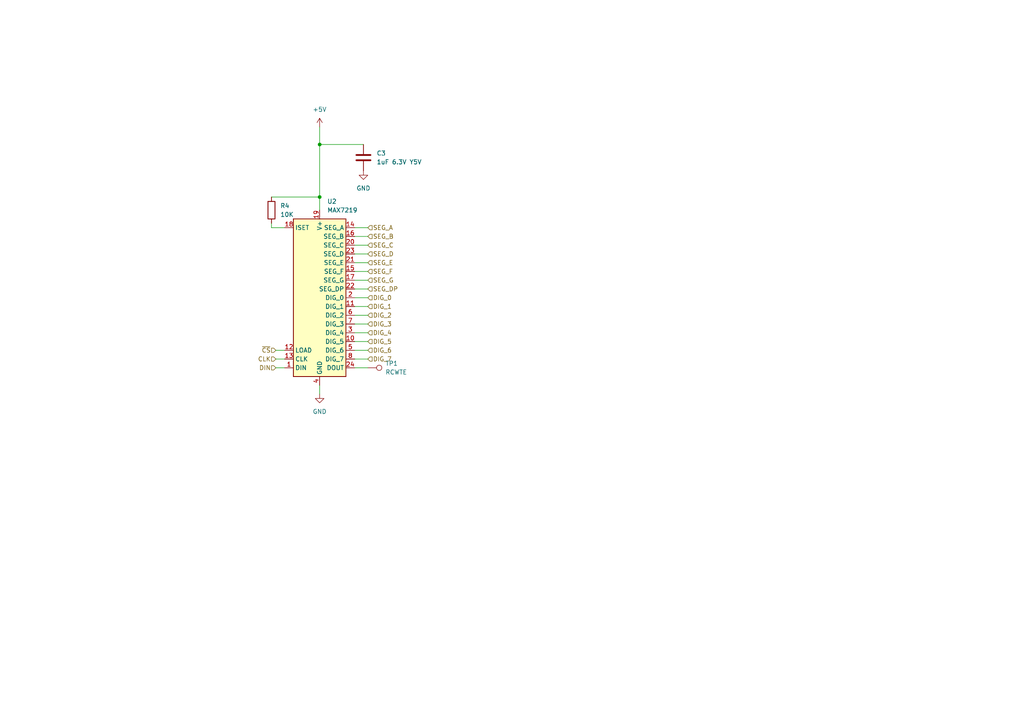
<source format=kicad_sch>
(kicad_sch (version 20230121) (generator eeschema)
  (paper "A4")
  (lib_symbols
    (symbol "Connector:TestPoint" (pin_numbers hide) (pin_names (offset 0.762) hide)
      (property "Reference" "TP" (at 0 6.858 0))
      (property "Value" "TestPoint" (at 0 5.08 0))
      (symbol "TestPoint_0_1"
        (circle (center 0 3.302) (radius 0.762))
      )
      (symbol "TestPoint_1_1"
        (pin passive line (at 0 0 90) (length 2.54) (name "1") (number "1"))
      )
    )
    (symbol "Device:C" (pin_numbers hide) (pin_names (offset 0.254))
      (property "Reference" "C" (at 0.635 2.54 0))
      (property "Value" "C" (at 0.635 -2.54 0))
      (symbol "C_0_1"
        (polyline (pts (xy -2.032 -0.762) (xy 2.032 -0.762)) (stroke (width 0.508)))
        (polyline (pts (xy -2.032 0.762) (xy 2.032 0.762)) (stroke (width 0.508)))
      )
      (symbol "C_1_1"
        (pin passive line (at 0 3.81 270) (length 2.794) (name "~") (number "1"))
        (pin passive line (at 0 -3.81 90) (length 2.794) (name "~") (number "2"))
      )
    )
    (symbol "Device:R" (pin_numbers hide) (pin_names (offset 0))
      (property "Reference" "R" (at 2.032 0 90))
      (property "Value" "R" (at 0 0 90))
      (symbol "R_0_1"
        (rectangle (start -1.016 -2.54) (end 1.016 2.54) (stroke (width 0.254)))
      )
      (symbol "R_1_1"
        (pin passive line (at 0 3.81 270) (length 1.27) (name "~") (number "1"))
        (pin passive line (at 0 -3.81 90) (length 1.27) (name "~") (number "2"))
      )
    )
    (symbol "Driver_LED:MAX7219"
      (property "Reference" "U" (at -6.35 24.13 0))
      (property "Value" "MAX7219" (at 1.27 25.4 0))
      (symbol "MAX7219_0_1"
        (rectangle (start -7.62 22.86) (end 7.62 -22.86) (stroke (width 0.254)) (fill (type background)))
      )
      (symbol "MAX7219_1_1"
        (pin input line (at -10.16 -20.32 0) (length 2.54) (name "DIN") (number "1"))
        (pin output line (at 10.16 -12.7 180) (length 2.54) (name "DIG_5") (number "10"))
        (pin output line (at 10.16 -2.54 180) (length 2.54) (name "DIG_1") (number "11"))
        (pin input line (at -10.16 -15.24 0) (length 2.54) (name "LOAD") (number "12"))
        (pin input line (at -10.16 -17.78 0) (length 2.54) (name "CLK") (number "13"))
        (pin output line (at 10.16 20.32 180) (length 2.54) (name "SEG_A") (number "14"))
        (pin output line (at 10.16 7.62 180) (length 2.54) (name "SEG_F") (number "15"))
        (pin output line (at 10.16 17.78 180) (length 2.54) (name "SEG_B") (number "16"))
        (pin output line (at 10.16 5.08 180) (length 2.54) (name "SEG_G") (number "17"))
        (pin input line (at -10.16 20.32 0) (length 2.54) (name "ISET") (number "18"))
        (pin power_in line (at 0 25.4 270) (length 2.54) (name "V+") (number "19"))
        (pin output line (at 10.16 0 180) (length 2.54) (name "DIG_0") (number "2"))
        (pin output line (at 10.16 15.24 180) (length 2.54) (name "SEG_C") (number "20"))
        (pin output line (at 10.16 10.16 180) (length 2.54) (name "SEG_E") (number "21"))
        (pin output line (at 10.16 2.54 180) (length 2.54) (name "SEG_DP") (number "22"))
        (pin output line (at 10.16 12.7 180) (length 2.54) (name "SEG_D") (number "23"))
        (pin output line (at 10.16 -20.32 180) (length 2.54) (name "DOUT") (number "24"))
        (pin output line (at 10.16 -10.16 180) (length 2.54) (name "DIG_4") (number "3"))
        (pin power_in line (at 0 -25.4 90) (length 2.54) (name "GND") (number "4"))
        (pin output line (at 10.16 -15.24 180) (length 2.54) (name "DIG_6") (number "5"))
        (pin output line (at 10.16 -5.08 180) (length 2.54) (name "DIG_2") (number "6"))
        (pin output line (at 10.16 -7.62 180) (length 2.54) (name "DIG_3") (number "7"))
        (pin output line (at 10.16 -17.78 180) (length 2.54) (name "DIG_7") (number "8"))
        (pin passive line (at 0 -25.4 90) (length 2.54) hide (name "GND") (number "9"))
      )
    )
    (symbol "power:+5V" (power) (pin_names (offset 0))
      (property "Value" "+5V" (at 0 3.556 0))
      (symbol "+5V_0_1"
        (polyline (pts (xy -0.762 1.27) (xy 0 2.54)))
        (polyline (pts (xy 0 0) (xy 0 2.54)))
        (polyline (pts (xy 0 2.54) (xy 0.762 1.27)))
      )
      (symbol "+5V_1_1"
        (pin power_in line (at 0 0 90) (length 0) hide (name "+5V") (number "1"))
      )
    )
    (symbol "power:GND" (power) (pin_names (offset 0))
      (property "Value" "GND" (at 0 -3.81 0))
      (symbol "GND_0_1"
        (polyline (pts (xy 0 0) (xy 0 -1.27) (xy 1.27 -1.27) (xy 0 -2.54) (xy -1.27 -1.27) (xy 0 -1.27)))
      )
      (symbol "GND_1_1"
        (pin power_in line (at 0 0 270) (length 0) hide (name "GND") (number "1"))
      )
    )
  )
  (junction (at 92.71 57.15))
  (junction (at 92.71 41.91))
  (wire (pts (xy 92.71 36.83) (xy 92.71 41.91)))
  (wire (pts (xy 80.01 104.14) (xy 82.55 104.14)))
  (wire (pts (xy 92.71 111.76) (xy 92.71 114.3)))
  (wire (pts (xy 102.87 81.28) (xy 106.68 81.28)))
  (wire (pts (xy 102.87 93.98) (xy 106.68 93.98)))
  (wire (pts (xy 80.01 106.68) (xy 82.55 106.68)))
  (wire (pts (xy 102.87 71.12) (xy 106.68 71.12)))
  (wire (pts (xy 102.87 73.66) (xy 106.68 73.66)))
  (wire (pts (xy 80.01 101.6) (xy 82.55 101.6)))
  (wire (pts (xy 102.87 88.9) (xy 106.68 88.9)))
  (wire (pts (xy 78.74 64.77) (xy 78.74 66.04)))
  (wire (pts (xy 102.87 68.58) (xy 106.68 68.58)))
  (wire (pts (xy 102.87 78.74) (xy 106.68 78.74)))
  (wire (pts (xy 102.87 101.6) (xy 106.68 101.6)))
  (wire (pts (xy 102.87 104.14) (xy 106.68 104.14)))
  (wire (pts (xy 92.71 57.15) (xy 92.71 60.96)))
  (wire (pts (xy 102.87 76.2) (xy 106.68 76.2)))
  (wire (pts (xy 102.87 66.04) (xy 106.68 66.04)))
  (wire (pts (xy 102.87 86.36) (xy 106.68 86.36)))
  (wire (pts (xy 92.71 41.91) (xy 92.71 57.15)))
  (wire (pts (xy 78.74 57.15) (xy 92.71 57.15)))
  (wire (pts (xy 102.87 106.68) (xy 106.68 106.68)))
  (wire (pts (xy 102.87 91.44) (xy 106.68 91.44)))
  (wire (pts (xy 78.74 66.04) (xy 82.55 66.04)))
  (wire (pts (xy 102.87 96.52) (xy 106.68 96.52)))
  (wire (pts (xy 102.87 83.82) (xy 106.68 83.82)))
  (wire (pts (xy 92.71 41.91) (xy 105.41 41.91)))
  (wire (pts (xy 102.87 99.06) (xy 106.68 99.06)))
  (hierarchical_label "SEG_D" (shape input) (at 106.68 73.66 0))
  (hierarchical_label "DIG_5" (shape input) (at 106.68 99.06 0))
  (hierarchical_label "DIN" (shape input) (at 80.01 106.68 180))
  (hierarchical_label "SEG_G" (shape input) (at 106.68 81.28 0))
  (hierarchical_label "SEG_B" (shape input) (at 106.68 68.58 0))
  (hierarchical_label "DIG_7" (shape input) (at 106.68 104.14 0))
  (hierarchical_label "SEG_C" (shape input) (at 106.68 71.12 0))
  (hierarchical_label "~{CS}" (shape input) (at 80.01 101.6 180))
  (hierarchical_label "DIG_3" (shape input) (at 106.68 93.98 0))
  (hierarchical_label "SEG_E" (shape input) (at 106.68 76.2 0))
  (hierarchical_label "DIG_4" (shape input) (at 106.68 96.52 0))
  (hierarchical_label "CLK" (shape input) (at 80.01 104.14 180))
  (hierarchical_label "SEG_F" (shape input) (at 106.68 78.74 0))
  (hierarchical_label "DIG_2" (shape input) (at 106.68 91.44 0))
  (hierarchical_label "DIG_6" (shape input) (at 106.68 101.6 0))
  (hierarchical_label "SEG_A" (shape input) (at 106.68 66.04 0))
  (hierarchical_label "SEG_DP" (shape input) (at 106.68 83.82 0))
  (hierarchical_label "DIG_0" (shape input) (at 106.68 86.36 0))
  (hierarchical_label "DIG_1" (shape input) (at 106.68 88.9 0))
  (symbol (lib_id "power:GND") (at 92.71 114.3 0) (unit 1)
    (property "Reference" "#PWR05" (effects hide))
    (property "Value" "GND" (at 92.71 119.38 0))
  )
  (symbol (lib_id "power:+5V") (at 92.71 36.83 0) (unit 1)
    (property "Reference" "#PWR06" (effects hide))
    (property "Value" "+5V" (at 92.71 31.75 0))
  )
  (symbol (lib_id "Driver_LED:MAX7219") (at 92.71 86.36 0) (unit 1)
    (property "Reference" "U2" (at 94.9041 58.42 0) (effects (justify left)))
    (property "Value" "MAX7219" (at 94.9041 60.96 0) (effects (justify left)))
    (property "Footprint" "Package_SO:SOP-24_7.5x15.4mm_P1.27mm" (effects hide))
    (property "Datasheet" "https://datasheet.lcsc.com/lcsc/2305251403_HGSEMI-MAX7219M-TR_C6705351.pdf" (effects hide))
  )
  (symbol (lib_id "power:GND") (at 105.41 49.53 0) (unit 1)
    (property "Reference" "#PWR017" (effects hide))
    (property "Value" "GND" (at 105.41 54.61 0))
  )
  (symbol (lib_id "Device:R") (at 78.74 60.96 0) (unit 1)
    (property "Reference" "R4" (at 81.28 59.69 0) (effects (justify left)))
    (property "Value" "10K" (at 81.28 62.23 0) (effects (justify left)))
    (property "Footprint" "Resistor_SMD:R_0603_1608Metric" (effects hide))
  )
  (symbol (lib_id "Connector:TestPoint") (at 106.68 106.68 270) (unit 1)
    (property "Reference" "TP1" (at 111.76 105.41 90) (effects (justify left)))
    (property "Value" "RCWTE" (at 111.76 107.95 90) (effects (justify left)))
    (property "Footprint" "TestPoint:TestPoint_Keystone_5015_Micro-Minature" (effects hide))
    (property "Datasheet" "https://www.koaspeer.com/pdfs/RC.pdf" (effects hide))
  )
  (symbol (lib_id "Device:C") (at 105.41 45.72 0) (unit 1)
    (property "Reference" "C3" (at 109.22 44.45 0) (effects (justify left)))
    (property "Value" "1uF 6.3V Y5V" (at 109.22 46.99 0) (effects (justify left)))
    (property "Footprint" "Capacitor_SMD:C_0603_1608Metric" (effects hide))
  )
)
</source>
